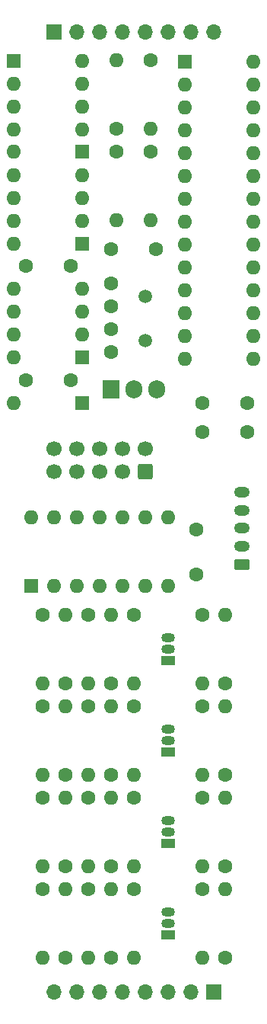
<source format=gbs>
G04 #@! TF.GenerationSoftware,KiCad,Pcbnew,8.0.0*
G04 #@! TF.CreationDate,2025-07-24T19:15:38+01:00*
G04 #@! TF.ProjectId,MidiToCvLogic,4d696469-546f-4437-964c-6f6769632e6b,1.0*
G04 #@! TF.SameCoordinates,Original*
G04 #@! TF.FileFunction,Soldermask,Bot*
G04 #@! TF.FilePolarity,Negative*
%FSLAX46Y46*%
G04 Gerber Fmt 4.6, Leading zero omitted, Abs format (unit mm)*
G04 Created by KiCad (PCBNEW 8.0.0) date 2025-07-24 19:15:38*
%MOMM*%
%LPD*%
G01*
G04 APERTURE LIST*
G04 Aperture macros list*
%AMRoundRect*
0 Rectangle with rounded corners*
0 $1 Rounding radius*
0 $2 $3 $4 $5 $6 $7 $8 $9 X,Y pos of 4 corners*
0 Add a 4 corners polygon primitive as box body*
4,1,4,$2,$3,$4,$5,$6,$7,$8,$9,$2,$3,0*
0 Add four circle primitives for the rounded corners*
1,1,$1+$1,$2,$3*
1,1,$1+$1,$4,$5*
1,1,$1+$1,$6,$7*
1,1,$1+$1,$8,$9*
0 Add four rect primitives between the rounded corners*
20,1,$1+$1,$2,$3,$4,$5,0*
20,1,$1+$1,$4,$5,$6,$7,0*
20,1,$1+$1,$6,$7,$8,$9,0*
20,1,$1+$1,$8,$9,$2,$3,0*%
G04 Aperture macros list end*
%ADD10C,1.600000*%
%ADD11O,1.600000X1.600000*%
%ADD12R,1.600000X1.600000*%
%ADD13R,1.700000X1.700000*%
%ADD14O,1.700000X1.700000*%
%ADD15R,1.500000X1.050000*%
%ADD16O,1.500000X1.050000*%
%ADD17C,1.500000*%
%ADD18R,1.905000X2.000000*%
%ADD19O,1.905000X2.000000*%
%ADD20RoundRect,0.250000X0.625000X-0.350000X0.625000X0.350000X-0.625000X0.350000X-0.625000X-0.350000X0*%
%ADD21O,1.750000X1.200000*%
%ADD22RoundRect,0.250000X0.600000X-0.600000X0.600000X0.600000X-0.600000X0.600000X-0.600000X-0.600000X0*%
%ADD23C,1.700000*%
G04 APERTURE END LIST*
D10*
X60365000Y-77470000D03*
X65365000Y-77470000D03*
X62865000Y-135890000D03*
D11*
X62865000Y-128270000D03*
D10*
X50165000Y-105410000D03*
D11*
X50165000Y-97790000D03*
D10*
X50165000Y-61000000D03*
X50165000Y-63500000D03*
X45085000Y-115570000D03*
D11*
X45085000Y-107950000D03*
D12*
X39380000Y-36205000D03*
D11*
X39380000Y-38745000D03*
X39380000Y-41285000D03*
X39380000Y-43825000D03*
X47000000Y-43825000D03*
X47000000Y-41285000D03*
X47000000Y-38745000D03*
X47000000Y-36205000D03*
D12*
X46970000Y-56535000D03*
D11*
X46970000Y-53995000D03*
X46970000Y-51455000D03*
X46970000Y-48915000D03*
X39350000Y-48915000D03*
X39350000Y-51455000D03*
X39350000Y-53995000D03*
X39350000Y-56535000D03*
D13*
X43815000Y-33020000D03*
D14*
X46355000Y-33020000D03*
X48895000Y-33020000D03*
X51435000Y-33020000D03*
X53975000Y-33020000D03*
X56515000Y-33020000D03*
X59055000Y-33020000D03*
X61595000Y-33020000D03*
D10*
X54610000Y-46355000D03*
D11*
X54610000Y-53975000D03*
D10*
X62865000Y-105410000D03*
D11*
X62865000Y-97790000D03*
D10*
X50165000Y-68580000D03*
X50165000Y-66080000D03*
X60325000Y-97790000D03*
D11*
X60325000Y-105410000D03*
D12*
X41275000Y-94615000D03*
D11*
X43815000Y-94615000D03*
X46355000Y-94615000D03*
X48895000Y-94615000D03*
X51435000Y-94615000D03*
X53975000Y-94615000D03*
X56515000Y-94615000D03*
X56515000Y-86995000D03*
X53975000Y-86995000D03*
X51435000Y-86995000D03*
X48895000Y-86995000D03*
X46355000Y-86995000D03*
X43815000Y-86995000D03*
X41275000Y-86995000D03*
D10*
X52705000Y-107950000D03*
D11*
X52705000Y-115570000D03*
D10*
X50165000Y-115570000D03*
D11*
X50165000Y-107950000D03*
D10*
X42545000Y-107950000D03*
D11*
X42545000Y-115570000D03*
D10*
X45085000Y-105410000D03*
D11*
X45085000Y-97790000D03*
D10*
X59690000Y-88305000D03*
X59690000Y-93305000D03*
X52705000Y-128270000D03*
D11*
X52705000Y-135890000D03*
D10*
X50205000Y-57150000D03*
X55205000Y-57150000D03*
X62865000Y-115570000D03*
D11*
X62865000Y-107950000D03*
D10*
X47625000Y-118110000D03*
D11*
X47625000Y-125730000D03*
D15*
X56515000Y-133350000D03*
D16*
X56515000Y-132080000D03*
X56515000Y-130810000D03*
D12*
X46990000Y-46355000D03*
D11*
X39370000Y-46355000D03*
D17*
X53975000Y-67310000D03*
X53975000Y-62430000D03*
D10*
X47625000Y-107950000D03*
D11*
X47625000Y-115570000D03*
D10*
X40680000Y-71755000D03*
X45680000Y-71755000D03*
D15*
X56515000Y-113030000D03*
D16*
X56515000Y-111760000D03*
X56515000Y-110490000D03*
D10*
X60325000Y-107950000D03*
D11*
X60325000Y-115570000D03*
D10*
X60365000Y-74295000D03*
X65365000Y-74295000D03*
X42545000Y-128270000D03*
D11*
X42545000Y-135890000D03*
D13*
X61595000Y-139700000D03*
D14*
X59055000Y-139700000D03*
X56515000Y-139700000D03*
X53975000Y-139700000D03*
X51435000Y-139700000D03*
X48895000Y-139700000D03*
X46355000Y-139700000D03*
X43815000Y-139700000D03*
D12*
X58420000Y-36299657D03*
D11*
X58420000Y-38839657D03*
X58420000Y-41379657D03*
X58420000Y-43919657D03*
X58420000Y-46459657D03*
X58420000Y-48999657D03*
X58420000Y-51539657D03*
X58420000Y-54079657D03*
X58420000Y-56619657D03*
X58420000Y-59159657D03*
X58420000Y-61699657D03*
X58420000Y-64239657D03*
X58420000Y-66779657D03*
X58420000Y-69319657D03*
X66040000Y-69319657D03*
X66040000Y-66779657D03*
X66040000Y-64239657D03*
X66040000Y-61699657D03*
X66040000Y-59159657D03*
X66040000Y-56619657D03*
X66040000Y-54079657D03*
X66040000Y-51539657D03*
X66040000Y-48999657D03*
X66040000Y-46459657D03*
X66040000Y-43919657D03*
X66040000Y-41379657D03*
X66040000Y-38839657D03*
X66040000Y-36299657D03*
D12*
X46990000Y-69190343D03*
D11*
X46990000Y-66650343D03*
X46990000Y-64110343D03*
X46990000Y-61570343D03*
X39370000Y-61570343D03*
X39370000Y-64110343D03*
X39370000Y-66650343D03*
X39370000Y-69190343D03*
D10*
X47625000Y-97790000D03*
D11*
X47625000Y-105410000D03*
D10*
X60325000Y-118110000D03*
D11*
X60325000Y-125730000D03*
D10*
X50800000Y-43815000D03*
D11*
X50800000Y-36195000D03*
D10*
X42545000Y-118110000D03*
D11*
X42545000Y-125730000D03*
D15*
X56515000Y-123190000D03*
D16*
X56515000Y-121920000D03*
X56515000Y-120650000D03*
D10*
X47625000Y-128270000D03*
D11*
X47625000Y-135890000D03*
D12*
X46990000Y-74295000D03*
D11*
X39370000Y-74295000D03*
D10*
X60325000Y-128270000D03*
D11*
X60325000Y-135890000D03*
D15*
X56515000Y-102870000D03*
D16*
X56515000Y-101600000D03*
X56515000Y-100330000D03*
D10*
X54610000Y-36195000D03*
D11*
X54610000Y-43815000D03*
D10*
X45085000Y-135890000D03*
D11*
X45085000Y-128270000D03*
D10*
X40680000Y-59055000D03*
X45680000Y-59055000D03*
X42545000Y-97790000D03*
D11*
X42545000Y-105410000D03*
D10*
X45085000Y-125730000D03*
D11*
X45085000Y-118110000D03*
D10*
X52705000Y-118110000D03*
D11*
X52705000Y-125730000D03*
D10*
X50165000Y-125730000D03*
D11*
X50165000Y-118110000D03*
D10*
X52705000Y-97790000D03*
D11*
X52705000Y-105410000D03*
D10*
X50800000Y-46355000D03*
D11*
X50800000Y-53975000D03*
D10*
X50165000Y-135890000D03*
D11*
X50165000Y-128270000D03*
D10*
X62865000Y-125730000D03*
D11*
X62865000Y-118110000D03*
D18*
X50165000Y-72715000D03*
D19*
X52705000Y-72715000D03*
X55245000Y-72715000D03*
D20*
X64770000Y-92170000D03*
D21*
X64770000Y-90170000D03*
X64770000Y-88170000D03*
X64770000Y-86170000D03*
X64770000Y-84170000D03*
D22*
X53975000Y-81915000D03*
D23*
X53975000Y-79375000D03*
X51435000Y-81915000D03*
X51435000Y-79375000D03*
X48895000Y-81915000D03*
X48895000Y-79375000D03*
X46355000Y-81915000D03*
X46355000Y-79375000D03*
X43815000Y-81915000D03*
X43815000Y-79375000D03*
M02*

</source>
